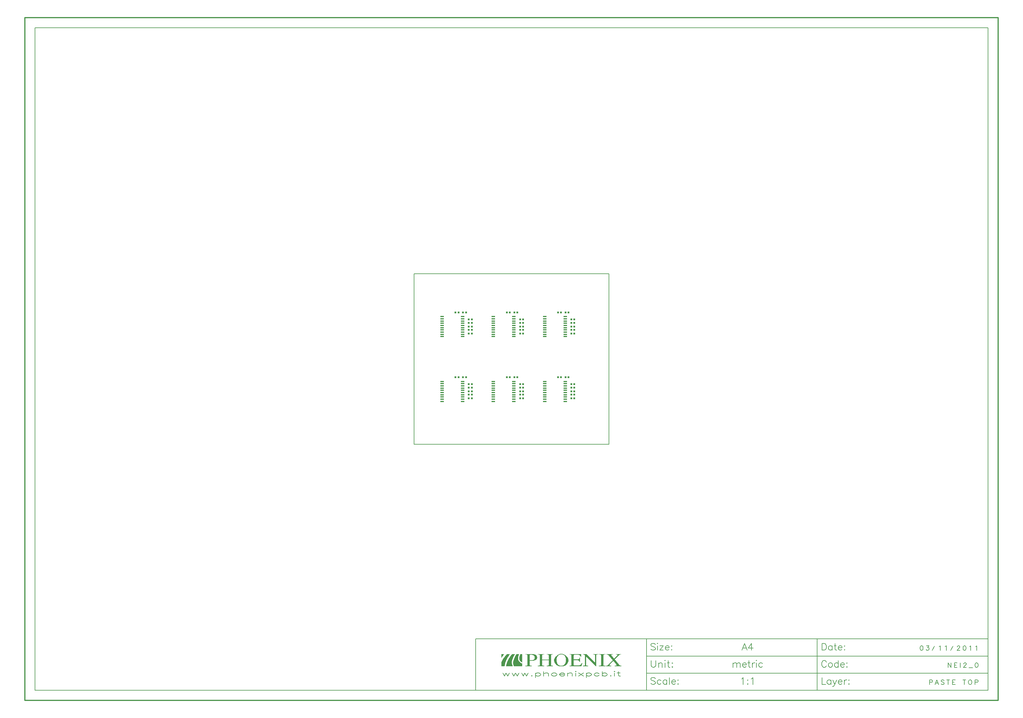
<source format=gbr>
G04 CAM350/DFMSTREAM V10.7 (Build 558) Date:  Tue Apr 17 16:00:18 2012 *
G04 Database: p:\archivio gerber\fondazione istituto italiano di tecnologia\nei2_0\untitled.cam *
G04 Layer 15: spt *
%FSLAX33Y33*%
%MOMM*%
%SFA1.000B1.000*%

%MIA0B0*%
%IPPOS*%
%ADD20R,0.54991X0.54991*%
%ADD36R,1.00000X0.37998*%
%ADD40C,0.20000*%
%ADD46C,0.12700*%
%ADD84C,0.20000*%
%ADD112C,0.30000*%
%LNspt*%
%LPD*%
G36*
X25520Y-62644D02*
G01Y-61414D01*
X26337*
X26338Y-61416*
X26280Y-61474*
Y-61491*
X26228Y-61543*
Y-61561*
X26176Y-61613*
Y-61631*
X26123Y-61683*
Y-61700*
X26071Y-61752*
Y-61770*
X26036Y-61805*
Y-61822*
X26001Y-61857*
Y-61875*
X25949Y-61927*
Y-61944*
X25932Y-61962*
Y-61979*
X25879Y-62031*
Y-62049*
X25844Y-62084*
Y-62101*
X25827Y-62119*
Y-62136*
X25810Y-62154*
Y-62171*
X25792Y-62188*
Y-62206*
X25757Y-62241*
Y-62258*
X25722Y-62293*
Y-62310*
X25705Y-62328*
Y-62345*
X25670Y-62380*
Y-62397*
X25653Y-62415*
Y-62432*
X25635Y-62450*
Y-62467*
X25618Y-62485*
Y-62502*
X25583Y-62537*
Y-62554*
X25566Y-62572*
Y-62589*
X25548Y-62607*
Y-62644*
X25520*
G37*
G36*
X30767Y-62764D02*
G01Y-62602D01*
X30785Y-62585*
Y-62445*
X30802Y-62428*
Y-62323*
X30820Y-62306*
Y-62236*
X30837Y-62219*
Y-62166*
X30854Y-62149*
Y-62114*
X30872Y-62097*
Y-62045*
X30889Y-62027*
Y-61992*
X30907Y-61975*
Y-61940*
X30924Y-61922*
Y-61888*
X30942Y-61870*
Y-61835*
X30959Y-61818*
Y-61783*
X30976Y-61766*
Y-61731*
X30994Y-61713*
Y-61696*
X31011Y-61679*
Y-61661*
X31029Y-61643*
Y-61591*
X31046Y-61574*
Y-61539*
X31064Y-61522*
Y-61469*
X31098Y-61434*
Y-61414*
X31597*
Y-63865*
X31569*
Y-63844*
X31554Y-63829*
X31502Y-63812*
X31484Y-63794*
X31414Y-63759*
X31397Y-63742*
X31362Y-63724*
X31345Y-63707*
X31310Y-63689*
X31292Y-63672*
X31257Y-63655*
X31223Y-63620*
X31188Y-63602*
X31135Y-63550*
X31101Y-63533*
X31011Y-63443*
Y-63426*
X30959Y-63374*
Y-63356*
X30924Y-63321*
Y-63304*
X30907Y-63287*
Y-63269*
X30889Y-63252*
Y-63234*
X30872Y-63217*
Y-63199*
X30854Y-63182*
Y-63147*
X30837Y-63130*
Y-63095*
X30820Y-63077*
Y-63043*
X30802Y-63025*
Y-62955*
X30785Y-62938*
Y-62781*
X30767Y-62764*
G37*
G36*
X54088Y-64963D02*
G01Y-64861D01*
X54236Y-64856*
X54364Y-64839*
X54472Y-64811*
X54561Y-64772*
X54630Y-64721*
X54679Y-64660*
X54709Y-64587*
X54719Y-64502*
Y-61865*
X54709Y-61783*
X54679Y-61713*
X54630Y-61653*
X54561Y-61604*
X54472Y-61566*
X54364Y-61538*
X54236Y-61522*
X54088Y-61517*
Y-61415*
X56006*
Y-61517*
X55858Y-61522*
X55730Y-61538*
X55621Y-61566*
X55533Y-61604*
X55463Y-61653*
X55415Y-61713*
X55385Y-61783*
X55375Y-61865*
Y-64502*
X55385Y-64587*
X55415Y-64660*
X55463Y-64721*
X55533Y-64772*
X55621Y-64811*
X55730Y-64839*
X55858Y-64856*
X56006Y-64861*
Y-64963*
X54088*
G37*
G36*
X25520D02*
G01Y-63857D01*
X25538Y-63840*
Y-63805*
X25555Y-63788*
Y-63770*
X25573Y-63753*
Y-63735*
X25590Y-63718*
Y-63701*
X25607Y-63683*
Y-63648*
X25625Y-63631*
Y-63613*
X25642Y-63596*
Y-63578*
X25660Y-63561*
Y-63526*
X25695Y-63491*
Y-63457*
X25712Y-63439*
Y-63421*
X25730Y-63404*
Y-63387*
X25747Y-63369*
Y-63352*
X25764Y-63334*
Y-63317*
X25782Y-63300*
Y-63282*
X25799Y-63265*
Y-63247*
X25817Y-63230*
Y-63212*
X25834Y-63195*
Y-63178*
X25852Y-63160*
Y-63143*
X25869Y-63125*
Y-63108*
X25886Y-63091*
Y-63073*
X25921Y-63038*
Y-63021*
X25939Y-63003*
Y-62986*
X25956Y-62968*
Y-62951*
X25973Y-62934*
Y-62916*
X26008Y-62881*
Y-62864*
X26043Y-62829*
Y-62812*
X26061Y-62794*
Y-62777*
X26096Y-62742*
Y-62724*
X26113Y-62707*
Y-62689*
X26148Y-62655*
Y-62637*
X26200Y-62585*
Y-62568*
X26252Y-62515*
Y-62498*
X26287Y-62463*
Y-62445*
X26375Y-62358*
Y-62341*
X26462Y-62254*
Y-62236*
X26549Y-62149*
Y-62132*
X26619Y-62062*
Y-62045*
X26671Y-61992*
Y-61975*
X26758Y-61888*
Y-61870*
X26862Y-61766*
Y-61747*
X26897Y-61730*
Y-61713*
X27176Y-61434*
Y-61414*
X28041*
Y-61439*
X27989Y-61491*
Y-61508*
X27849Y-61648*
Y-61683*
X27814Y-61718*
Y-61735*
X27795Y-61755*
X27762Y-61771*
Y-61805*
X27710Y-61857*
Y-61892*
X27692Y-61909*
Y-61927*
X27657Y-61962*
Y-61979*
X27623Y-62014*
Y-62031*
X27605Y-62049*
Y-62066*
X27570Y-62101*
Y-62119*
X27536Y-62154*
Y-62171*
X27518Y-62188*
Y-62206*
X27483Y-62241*
Y-62258*
X27466Y-62275*
Y-62293*
X27431Y-62328*
Y-62345*
X27413Y-62363*
Y-62380*
X27379Y-62415*
Y-62432*
X27344Y-62467*
Y-62485*
X27326Y-62502*
Y-62520*
X27309Y-62537*
Y-62572*
X27289Y-62591*
X27257Y-62608*
Y-62624*
X27239Y-62641*
Y-62659*
X27222Y-62676*
Y-62694*
X27204Y-62711*
Y-62729*
X27187Y-62746*
Y-62764*
X27169Y-62781*
Y-62798*
X27152Y-62816*
Y-62833*
X27134Y-62851*
Y-62868*
X27117Y-62886*
Y-62903*
X27100Y-62920*
Y-62938*
X27082Y-62955*
Y-62973*
X27065Y-62990*
Y-63007*
X27047Y-63025*
Y-63043*
X27030Y-63060*
Y-63095*
X27013Y-63112*
Y-63130*
X26995Y-63147*
Y-63164*
X26978Y-63182*
Y-63217*
X26960Y-63234*
Y-63252*
X26943Y-63269*
Y-63287*
X26925Y-63304*
Y-63339*
X26908Y-63356*
Y-63374*
X26890Y-63391*
Y-63426*
X26873Y-63443*
Y-63461*
X26856Y-63478*
Y-63513*
X26838Y-63530*
Y-63548*
X26821Y-63565*
Y-63600*
X26803Y-63618*
Y-63653*
X26786Y-63670*
Y-63705*
X26768Y-63722*
Y-63740*
X26751Y-63757*
Y-63809*
X26734Y-63827*
Y-63844*
X26716Y-63862*
Y-63949*
X26699Y-63966*
Y-64002*
X26664Y-64020*
Y-64036*
X26646Y-64053*
Y-64106*
X26629Y-64123*
Y-64193*
X26611Y-64210*
Y-64280*
X26594Y-64298*
Y-64367*
X26577Y-64385*
Y-64454*
X26559Y-64472*
Y-64559*
X26542Y-64576*
Y-64646*
X26524Y-64664*
Y-64768*
X26507Y-64786*
Y-64855*
X26490Y-64873*
Y-64963*
X25520*
G37*
G36*
X28954Y-64158D02*
G01Y-63927D01*
X28972Y-63910*
Y-63753*
X28989Y-63735*
Y-63648*
X29007Y-63631*
Y-63561*
X29024Y-63544*
Y-63491*
X29042Y-63474*
Y-63421*
X29059Y-63404*
Y-63369*
X29076Y-63352*
Y-63300*
X29094Y-63282*
Y-63247*
X29111Y-63230*
Y-63195*
X29129Y-63178*
Y-63143*
X29146Y-63125*
Y-63108*
X29164Y-63091*
Y-63055*
X29181Y-63038*
Y-63003*
X29198Y-62986*
Y-62951*
X29216Y-62934*
Y-62916*
X29233Y-62899*
Y-62881*
X29251Y-62864*
Y-62829*
X29268Y-62812*
Y-62777*
X29286Y-62759*
Y-62742*
X29303Y-62724*
Y-62689*
X29320Y-62672*
Y-62637*
X29338Y-62620*
Y-62602*
X29355Y-62585*
Y-62568*
X29373Y-62550*
Y-62515*
X29390Y-62498*
Y-62463*
X29408Y-62445*
Y-62428*
X29425Y-62411*
Y-62358*
X29460Y-62323*
Y-62289*
X29477Y-62271*
Y-62254*
X29495Y-62236*
Y-62219*
X29512Y-62202*
Y-62184*
X29530Y-62166*
Y-62132*
X29547Y-62114*
Y-62097*
X29582Y-62062*
Y-62027*
X29599Y-62010*
Y-61992*
X29634Y-61957*
Y-61940*
X29652Y-61922*
Y-61905*
X29669Y-61888*
Y-61870*
X29704Y-61835*
Y-61818*
X29791Y-61731*
Y-61713*
X29809Y-61696*
Y-61679*
X29826Y-61661*
Y-61643*
X29843Y-61626*
Y-61609*
X29878Y-61574*
Y-61556*
X29896Y-61539*
Y-61522*
X29931Y-61487*
Y-61469*
X29948Y-61452*
Y-61414*
X30729*
X30730Y-61416*
X30708Y-61439*
Y-61456*
X30690Y-61474*
Y-61508*
X30673Y-61526*
Y-61543*
X30656Y-61561*
Y-61596*
X30638Y-61613*
Y-61631*
X30621Y-61648*
Y-61683*
X30603Y-61700*
Y-61718*
X30586Y-61735*
Y-61770*
X30569Y-61787*
Y-61822*
X30551Y-61840*
Y-61875*
X30534Y-61892*
Y-61927*
X30516Y-61944*
Y-61979*
X30499Y-61997*
Y-62066*
X30481Y-62084*
Y-62119*
X30464Y-62136*
Y-62206*
X30447Y-62223*
Y-62310*
X30429Y-62328*
Y-62432*
X30412Y-62450*
Y-62829*
X30429Y-62846*
Y-62916*
X30447Y-62934*
Y-63021*
X30464Y-63038*
Y-63073*
X30499Y-63108*
Y-63160*
X30516Y-63178*
Y-63212*
X30534Y-63230*
Y-63265*
X30551Y-63282*
Y-63300*
X30569Y-63317*
Y-63334*
X30586Y-63352*
Y-63369*
X30621Y-63404*
Y-63421*
X30656Y-63457*
Y-63474*
X30726Y-63544*
Y-63561*
X30743Y-63578*
Y-63596*
X30845Y-63698*
X30880Y-63716*
X30900Y-63735*
Y-63753*
X30915Y-63768*
X30950Y-63785*
X30985Y-63821*
X31020Y-63838*
X31144Y-63962*
Y-63977*
X31227Y-63994*
X31299Y-64030*
X31316Y-64047*
X31454Y-64116*
X31507Y-64134*
X31541Y-64151*
X31597Y-64170*
Y-64963*
X29181*
Y-64925*
X29164Y-64908*
Y-64890*
X29146Y-64873*
Y-64855*
X29129Y-64838*
Y-64803*
X29111Y-64786*
Y-64751*
X29094Y-64733*
Y-64716*
X29076Y-64699*
Y-64664*
X29059Y-64646*
Y-64611*
X29042Y-64594*
Y-64542*
X29024Y-64524*
Y-64489*
X29007Y-64472*
Y-64419*
X28989Y-64402*
Y-64315*
X28972Y-64298*
Y-64176*
X28954Y-64158*
G37*
G36*
X26897Y-64963D02*
G01Y-64903D01*
X26915Y-64886*
Y-64816*
X26932Y-64799*
Y-64729*
X26950Y-64712*
Y-64642*
X26967Y-64624*
Y-64572*
X26985Y-64555*
Y-64485*
X27002Y-64467*
Y-64415*
X27019Y-64398*
Y-64363*
X27037Y-64346*
Y-64311*
X27054Y-64293*
Y-64241*
X27072Y-64223*
Y-64171*
X27089Y-64154*
Y-64136*
X27107Y-64119*
Y-64067*
X27124Y-64049*
Y-64014*
X27142Y-63997*
Y-63962*
X27159Y-63944*
Y-63927*
X27176Y-63910*
Y-63875*
X27194Y-63857*
Y-63823*
X27211Y-63805*
Y-63788*
X27229Y-63770*
Y-63735*
X27246Y-63718*
Y-63683*
X27264Y-63666*
Y-63648*
X27281Y-63631*
Y-63613*
X27298Y-63596*
Y-63561*
X27316Y-63544*
Y-63526*
X27333Y-63509*
Y-63474*
X27351Y-63457*
Y-63439*
X27368Y-63421*
Y-63404*
X27385Y-63387*
Y-63369*
X27403Y-63352*
Y-63334*
X27420Y-63317*
Y-63300*
X27438Y-63282*
Y-63265*
X27455Y-63247*
Y-63230*
X27473Y-63212*
Y-63195*
X27490Y-63178*
Y-63160*
X27508Y-63143*
Y-63125*
X27525Y-63108*
Y-63091*
X27542Y-63073*
Y-63055*
X27560Y-63038*
Y-63021*
X27577Y-63003*
Y-62986*
X27595Y-62968*
Y-62951*
X27612Y-62934*
Y-62916*
X27647Y-62881*
Y-62864*
X27664Y-62846*
Y-62829*
X27699Y-62794*
Y-62777*
X27717Y-62759*
Y-62742*
X27734Y-62724*
Y-62707*
X27769Y-62672*
Y-62655*
X27786Y-62637*
Y-62620*
X27821Y-62585*
Y-62568*
X27839Y-62550*
Y-62533*
X27874Y-62498*
Y-62480*
X27908Y-62445*
Y-62428*
X27943Y-62393*
Y-62376*
X27978Y-62341*
Y-62323*
X28013Y-62289*
Y-62271*
X28048Y-62236*
Y-62219*
X28083Y-62184*
Y-62166*
X28135Y-62114*
Y-62097*
X28187Y-62045*
Y-62027*
X28240Y-61975*
Y-61957*
X28292Y-61905*
Y-61888*
X28362Y-61818*
Y-61800*
X28397Y-61766*
Y-61731*
X28416Y-61711*
X28451Y-61694*
X28501Y-61643*
Y-61626*
X28553Y-61574*
Y-61556*
X28625Y-61484*
X28658Y-61468*
Y-61452*
X28696Y-61414*
X29579*
X29580Y-61416*
X29558Y-61439*
Y-61457*
X29523Y-61475*
Y-61491*
X29453Y-61561*
Y-61578*
X29401Y-61631*
Y-61648*
X29366Y-61683*
Y-61700*
X29348Y-61718*
Y-61735*
X29314Y-61770*
Y-61787*
X29296Y-61805*
Y-61822*
X29261Y-61857*
Y-61875*
X29226Y-61909*
Y-61927*
X29209Y-61944*
Y-61962*
X29191Y-61979*
Y-61997*
X29157Y-62031*
Y-62066*
X29122Y-62101*
Y-62119*
X29104Y-62136*
Y-62154*
X29087Y-62171*
Y-62188*
X29069Y-62206*
Y-62223*
X29052Y-62241*
Y-62275*
X29035Y-62293*
Y-62310*
X29017Y-62328*
Y-62345*
X29000Y-62363*
Y-62380*
X28982Y-62397*
Y-62415*
X28965Y-62432*
Y-62467*
X28947Y-62485*
Y-62502*
X28930Y-62520*
Y-62554*
X28912Y-62572*
Y-62589*
X28895Y-62607*
Y-62641*
X28878Y-62659*
Y-62676*
X28860Y-62694*
Y-62729*
X28843Y-62746*
Y-62781*
X28825Y-62798*
Y-62833*
X28808Y-62851*
Y-62886*
X28791Y-62903*
Y-62938*
X28773Y-62955*
Y-62990*
X28756Y-63007*
Y-63043*
X28738Y-63060*
Y-63077*
X28721Y-63095*
Y-63112*
X28705Y-63127*
X28721Y-63143*
Y-63164*
X28703Y-63182*
Y-63234*
X28686Y-63252*
Y-63287*
X28668Y-63304*
Y-63339*
X28651Y-63356*
Y-63409*
X28634Y-63426*
Y-63478*
X28616Y-63496*
Y-63600*
X28599Y-63618*
Y-64136*
X28616Y-64154*
Y-64241*
X28634Y-64258*
Y-64346*
X28651Y-64363*
Y-64415*
X28668Y-64433*
Y-64467*
X28686Y-64485*
Y-64537*
X28703Y-64555*
Y-64572*
X28721Y-64590*
Y-64624*
X28738Y-64642*
Y-64677*
X28756Y-64694*
Y-64729*
X28773Y-64746*
Y-64764*
X28791Y-64781*
Y-64799*
X28808Y-64816*
Y-64834*
X28825Y-64851*
Y-64886*
X28860Y-64921*
Y-64963*
X26897*
G37*
G36*
X32598D02*
G01Y-64861D01*
X32731Y-64856*
X32846Y-64839*
X32943Y-64811*
X33023Y-64772*
X33085Y-64721*
X33129Y-64660*
X33156Y-64587*
X33165Y-64502*
Y-61865*
X33158Y-61783*
X33137Y-61712*
X33103Y-61654*
X33055Y-61608*
X32978Y-61568*
X32876Y-61540*
X32750Y-61522*
X32598Y-61517*
Y-61415*
X34329*
X34518Y-61418*
X34697Y-61430*
X34864Y-61448*
X35021Y-61474*
X35166Y-61507*
X35301Y-61548*
X35425Y-61595*
X35539Y-61651*
X35650Y-61719*
X35747Y-61795*
X35828Y-61879*
X35896Y-61971*
X35947Y-62071*
X35985Y-62178*
X36007Y-62294*
X36015Y-62417*
X36006Y-62542*
X35980Y-62660*
X35935Y-62770*
X35873Y-62873*
X35794Y-62969*
X35697Y-63056*
X35581Y-63137*
X35449Y-63210*
X35329Y-63264*
X35204Y-63310*
X35074Y-63347*
X34939Y-63376*
X34798Y-63398*
X34654Y-63412*
X34503Y-63417*
X34349Y-63414*
X33821Y-63393*
Y-64529*
X33830Y-64607*
X33857Y-64675*
X33902Y-64732*
X33966Y-64778*
X34047Y-64815*
X34147Y-64841*
X34264Y-64856*
X34400Y-64861*
Y-64963*
X32598*
G37*
G36*
X45473D02*
G01Y-64861D01*
X45606Y-64856*
X45721Y-64839*
X45818Y-64811*
X45898Y-64772*
X45960Y-64721*
X46004Y-64660*
X46031Y-64587*
X46040Y-64502*
Y-61865*
X46033Y-61783*
X46012Y-61712*
X45978Y-61654*
X45930Y-61608*
X45853Y-61568*
X45751Y-61540*
X45625Y-61522*
X45473Y-61517*
Y-61415*
X48890*
Y-62181*
X48755*
X48707Y-62075*
X48641Y-61974*
X48557Y-61882*
X48462Y-61800*
X48353Y-61732*
X48238Y-61679*
X48118Y-61646*
X47996Y-61634*
X47037*
X46957Y-61638*
X46887Y-61649*
X46829Y-61667*
X46781Y-61691*
X46744Y-61723*
X46717Y-61761*
X46701Y-61807*
X46696Y-61860*
Y-62996*
X47687*
X47854Y-62988*
X47999Y-62964*
X48121Y-62924*
X48222Y-62867*
X48300Y-62795*
X48356Y-62706*
X48390Y-62602*
X48401Y-62481*
X48536*
Y-63736*
X48401*
X48386Y-63607*
X48368Y-63550*
X48343Y-63496*
X48310Y-63447*
X48270Y-63401*
X48224Y-63360*
X48169Y-63323*
X48069Y-63276*
X47955Y-63242*
X47828Y-63223*
X47687Y-63216*
X46696*
Y-64529*
X46702Y-64600*
X46720Y-64655*
X46750Y-64696*
X46793Y-64722*
X46870Y-64738*
X47011Y-64743*
X48002*
X48186Y-64731*
X48274Y-64715*
X48361Y-64692*
X48443Y-64664*
X48524Y-64629*
X48678Y-64540*
X48805Y-64437*
X48909Y-64322*
X48991Y-64196*
X49051Y-64057*
X49238*
X48948Y-64963*
X45473*
G37*
G36*
X40963Y-63189D02*
G01X40976Y-63034D01*
X41015Y-62876*
X41076Y-62717*
X41160Y-62557*
X41262Y-62400*
X41382Y-62247*
X41516Y-62099*
X41665Y-61959*
X41823Y-61830*
X41991Y-61711*
X42164Y-61605*
X42344Y-61514*
X42525Y-61441*
X42708Y-61386*
X42889Y-61352*
X43067Y-61340*
X43248Y-61352*
X43432Y-61386*
X43617Y-61440*
X43801Y-61513*
X43980Y-61604*
X44155Y-61709*
X44322Y-61827*
X44481Y-61957*
X44627Y-62097*
X44762Y-62244*
X44880Y-62398*
X44982Y-62554*
X45064Y-62714*
X45126Y-62875*
X45164Y-63033*
X45178Y-63189*
X45168Y-63381*
X45142Y-63564*
X45098Y-63740*
X45036Y-63907*
X44956Y-64067*
X44859Y-64218*
X44744Y-64362*
X44611Y-64497*
X44458Y-64624*
X44295Y-64734*
X44121Y-64827*
X43937Y-64903*
X43743Y-64962*
X43538Y-65004*
X43323Y-65029*
X43099Y-65038*
X42866Y-65029*
X42644Y-65004*
X42433Y-64962*
X42234Y-64903*
X42044Y-64827*
X41866Y-64734*
X41698Y-64624*
X41542Y-64497*
X41406Y-64362*
X41289Y-64218*
X41189Y-64067*
X41108Y-63907*
X41044Y-63740*
X40999Y-63564*
X40972Y-63381*
X40963Y-63189*
G37*
G36*
X36233Y-64963D02*
G01Y-64861D01*
X36366Y-64856*
X36481Y-64839*
X36578Y-64811*
X36658Y-64772*
X36720Y-64721*
X36764Y-64660*
X36790Y-64587*
X36799Y-64502*
Y-61865*
X36790Y-61783*
X36764Y-61713*
X36720Y-61653*
X36658Y-61604*
X36578Y-61566*
X36481Y-61538*
X36366Y-61522*
X36233Y-61517*
Y-61415*
X38022*
Y-61517*
X37889Y-61522*
X37774Y-61538*
X37676Y-61566*
X37597Y-61604*
X37535Y-61653*
X37491Y-61713*
X37464Y-61783*
X37456Y-61865*
Y-63039*
X39405*
Y-61865*
X39396Y-61783*
X39370Y-61713*
X39325Y-61653*
X39264Y-61604*
X39184Y-61566*
X39087Y-61538*
X38972Y-61522*
X38839Y-61517*
Y-61415*
X40628*
Y-61517*
X40495Y-61522*
X40380Y-61538*
X40282Y-61566*
X40203Y-61604*
X40141Y-61653*
X40097Y-61713*
X40070Y-61783*
X40062Y-61865*
Y-64502*
X40070Y-64587*
X40097Y-64660*
X40141Y-64721*
X40203Y-64772*
X40282Y-64811*
X40380Y-64839*
X40495Y-64856*
X40628Y-64861*
Y-64963*
X38839*
Y-64861*
X38972Y-64856*
X39087Y-64839*
X39184Y-64811*
X39264Y-64772*
X39325Y-64721*
X39370Y-64660*
X39396Y-64587*
X39405Y-64502*
Y-63259*
X37456*
Y-64502*
X37464Y-64587*
X37491Y-64660*
X37535Y-64721*
X37597Y-64772*
X37676Y-64811*
X37774Y-64839*
X37889Y-64856*
X38022Y-64861*
Y-64963*
X36233*
G37*
G36*
X56193Y-64861D02*
G01X56278Y-64856D01*
X56364Y-64839*
X56450Y-64810*
X56537Y-64770*
X56624Y-64719*
X56712Y-64656*
X56799Y-64582*
X56888Y-64497*
X58132Y-63215*
X57151Y-62016*
X57047Y-61899*
X56941Y-61798*
X56833Y-61712*
X56725Y-61641*
X56613Y-61587*
X56501Y-61548*
X56386Y-61525*
X56270Y-61517*
Y-61415*
X58207*
Y-61517*
X57993Y-61527*
X57910Y-61539*
X57842Y-61556*
X57789Y-61578*
X57751Y-61604*
X57730Y-61636*
X57724Y-61672*
X57750Y-61752*
X57811Y-61874*
X57937Y-62079*
X58548Y-62798*
X59422Y-61902*
X59473Y-61845*
X59508Y-61789*
X59527Y-61735*
X59532Y-61683*
X59522Y-61644*
X59499Y-61610*
X59462Y-61582*
X59413Y-61558*
X59350Y-61541*
X59274Y-61527*
X59082Y-61517*
Y-61415*
X60607*
Y-61517*
X60494Y-61522*
X60384Y-61540*
X60277Y-61570*
X60173Y-61611*
X60071Y-61664*
X59972Y-61728*
X59876Y-61805*
X59783Y-61892*
X58702Y-62991*
X59918Y-64433*
X60008Y-64534*
X60099Y-64620*
X60190Y-64694*
X60283Y-64754*
X60375Y-64802*
X60469Y-64835*
X60563Y-64855*
X60658Y-64861*
Y-64963*
X58747*
Y-64861*
X58964Y-64852*
X59049Y-64840*
X59119Y-64823*
X59173Y-64801*
X59211Y-64774*
X59235Y-64743*
X59243Y-64706*
X59234Y-64640*
X59207Y-64567*
X59162Y-64490*
X59100Y-64407*
X58304Y-63425*
X57364Y-64395*
X57297Y-64471*
X57248Y-64539*
X57219Y-64598*
X57210Y-64647*
X57218Y-64698*
X57241Y-64741*
X57279Y-64778*
X57332Y-64808*
X57398Y-64832*
X57479Y-64848*
X57575Y-64858*
X57686Y-64861*
Y-64963*
X56193*
Y-64861*
G37*
G36*
X49405Y-64963D02*
G01Y-64861D01*
X49551Y-64855*
X49678Y-64838*
X49784Y-64808*
X49873Y-64766*
X49940Y-64713*
X49990Y-64647*
X50019Y-64570*
X50029Y-64481*
Y-61817*
X49898Y-61685*
X49830Y-61624*
X49742Y-61577*
X49643Y-61543*
X49530Y-61523*
X49405Y-61517*
Y-61415*
X50512*
X52982Y-63993*
Y-61849*
X52972Y-61771*
X52943Y-61704*
X52894Y-61647*
X52826Y-61600*
X52738Y-61564*
X52631Y-61537*
X52504Y-61522*
X52358Y-61517*
Y-61415*
X53890*
Y-61517*
X53743Y-61522*
X53616Y-61539*
X53509Y-61567*
X53421Y-61607*
X53352Y-61657*
X53304Y-61719*
X53275Y-61792*
X53265Y-61876*
Y-65038*
X53177Y-65036*
X50312Y-62090*
Y-64529*
X50322Y-64607*
X50351Y-64675*
X50399Y-64732*
X50468Y-64778*
X50555Y-64815*
X50663Y-64841*
X50790Y-64856*
X50936Y-64861*
Y-64963*
X49405*
G37*
%LPC*%
G36*
X34130Y-63210D02*
G01X34310Y-63216D01*
X34537Y-63203*
X34639Y-63188*
X34735Y-63166*
X34821Y-63138*
X34901Y-63104*
X34973Y-63063*
X35038Y-63016*
X35095Y-62964*
X35144Y-62904*
X35186Y-62839*
X35220Y-62767*
X35247Y-62689*
X35266Y-62605*
X35278Y-62515*
X35282Y-62417*
X35276Y-62320*
X35262Y-62229*
X35238Y-62144*
X35206Y-62065*
X35163Y-61994*
X35112Y-61928*
X35051Y-61868*
X34980Y-61814*
X34900Y-61767*
X34811Y-61727*
X34711Y-61692*
X34604Y-61663*
X34486Y-61642*
X34359Y-61626*
X34223Y-61616*
X34078Y-61613*
X33956Y-61620*
X33914Y-61629*
X33885Y-61640*
X33857Y-61669*
X33837Y-61711*
X33825Y-61768*
X33821Y-61838*
Y-63189*
X34130Y-63210*
G37*
G36*
X41702Y-63374D02*
G01X41718Y-63540D01*
X41745Y-63699*
X41783Y-63848*
X41832Y-63991*
X41892Y-64125*
X41962Y-64251*
X42044Y-64368*
X42138Y-64481*
X42240Y-64577*
X42351Y-64660*
X42470Y-64726*
X42597Y-64779*
X42732Y-64816*
X42876Y-64838*
X43028Y-64845*
X43197Y-64837*
X43357Y-64813*
X43506Y-64773*
X43646Y-64715*
X43776Y-64642*
X43897Y-64553*
X44008Y-64447*
X44109Y-64325*
X44187Y-64208*
X44255Y-64084*
X44313Y-63954*
X44360Y-63816*
X44396Y-63672*
X44423Y-63522*
X44438Y-63364*
X44444Y-63200*
X44439Y-63029*
X44425Y-62865*
X44401Y-62709*
X44368Y-62561*
X44325Y-62421*
X44273Y-62288*
X44212Y-62164*
X44142Y-62047*
X44048Y-61927*
X43945Y-61822*
X43832Y-61734*
X43710Y-61661*
X43578Y-61605*
X43436Y-61565*
X43285Y-61541*
X43125Y-61533*
X42944Y-61541*
X42776Y-61563*
X42619Y-61602*
X42475Y-61655*
X42343Y-61724*
X42222Y-61808*
X42114Y-61907*
X42018Y-62020*
X41942Y-62133*
X41877Y-62255*
X41822Y-62388*
X41777Y-62530*
X41741Y-62682*
X41716Y-62845*
X41701Y-63017*
X41697Y-63200*
X41702Y-63374*
G37*
%LPD*%
G54D36*
X8200Y37420D03*
Y36770D03*
Y36120D03*
Y35470D03*
Y34820D03*
Y34170D03*
Y33520D03*
Y32870D03*
Y32220D03*
Y31570D03*
X14200D03*
Y32220D03*
Y32870D03*
Y33520D03*
Y34170D03*
Y34820D03*
Y35470D03*
Y36120D03*
Y36770D03*
Y37420D03*
G54D20*
X15200Y38650D03*
X14300D03*
X12100D03*
X13000D03*
X16000Y35600D03*
X16900D03*
X16000Y33550D03*
X16900D03*
X16000Y36600D03*
X16900D03*
X16000Y34500D03*
X16900D03*
X16000Y32450D03*
X16900D03*
G54D36*
X23200Y37420D03*
Y36770D03*
Y36120D03*
Y35470D03*
Y34820D03*
Y34170D03*
Y33520D03*
Y32870D03*
Y32220D03*
Y31570D03*
X29200D03*
Y32220D03*
Y32870D03*
Y33520D03*
Y34170D03*
Y34820D03*
Y35470D03*
Y36120D03*
Y36770D03*
Y37420D03*
G54D20*
X30200Y38650D03*
X29300D03*
X27100D03*
X28000D03*
X31000Y35600D03*
X31900D03*
X31000Y33550D03*
X31900D03*
X31000Y36600D03*
X31900D03*
X31000Y34500D03*
X31900D03*
X31000Y32450D03*
X31900D03*
G54D36*
X38200Y37420D03*
Y36770D03*
Y36120D03*
Y35470D03*
Y34820D03*
Y34170D03*
Y33520D03*
Y32870D03*
Y32220D03*
Y31570D03*
X44200D03*
Y32220D03*
Y32870D03*
Y33520D03*
Y34170D03*
Y34820D03*
Y35470D03*
Y36120D03*
Y36770D03*
Y37420D03*
G54D20*
X45200Y38650D03*
X44300D03*
X42100D03*
X43000D03*
X46000Y35600D03*
X46900D03*
X46000Y33550D03*
X46900D03*
X46000Y36600D03*
X46900D03*
X46000Y34500D03*
X46900D03*
X46000Y32450D03*
X46900D03*
G54D36*
X8200Y18420D03*
Y17770D03*
Y17120D03*
Y16470D03*
Y15820D03*
Y15170D03*
Y14520D03*
Y13870D03*
Y13220D03*
Y12570D03*
X14200D03*
Y13220D03*
Y13870D03*
Y14520D03*
Y15170D03*
Y15820D03*
Y16470D03*
Y17120D03*
Y17770D03*
Y18420D03*
G54D20*
X15200Y19650D03*
X14300D03*
X12100D03*
X13000D03*
X16000Y16600D03*
X16900D03*
X16000Y14550D03*
X16900D03*
X16000Y17600D03*
X16900D03*
X16000Y15500D03*
X16900D03*
X16000Y13450D03*
X16900D03*
G54D36*
X23200Y18420D03*
Y17770D03*
Y17120D03*
Y16470D03*
Y15820D03*
Y15170D03*
Y14520D03*
Y13870D03*
Y13220D03*
Y12570D03*
X29200D03*
Y13220D03*
Y13870D03*
Y14520D03*
Y15170D03*
Y15820D03*
Y16470D03*
Y17120D03*
Y17770D03*
Y18420D03*
G54D20*
X30200Y19650D03*
X29300D03*
X27100D03*
X28000D03*
X31000Y16600D03*
X31900D03*
X31000Y14550D03*
X31900D03*
X31000Y17600D03*
X31900D03*
X31000Y15500D03*
X31900D03*
X31000Y13450D03*
X31900D03*
G54D36*
X38200Y18420D03*
Y17770D03*
Y17120D03*
Y16470D03*
Y15820D03*
Y15170D03*
Y14520D03*
Y13870D03*
Y13220D03*
Y12570D03*
X44200D03*
Y13220D03*
Y13870D03*
Y14520D03*
Y15170D03*
Y15820D03*
Y16470D03*
Y17120D03*
Y17770D03*
Y18420D03*
G54D20*
X45200Y19650D03*
X44300D03*
X42100D03*
X43000D03*
X46000Y16600D03*
X46900D03*
X46000Y14550D03*
X46900D03*
X46000Y17600D03*
X46900D03*
X46000Y15500D03*
X46900D03*
X46000Y13450D03*
X46900D03*
G54D40*
X0Y50000D02*
G01Y0D01*
X57000*
Y50000*
X0*
G54D84*
X18000Y-57000D02*
G01X68000D01*
Y-72000*
X18000*
Y-57000*
X68000D02*
G01X118000D01*
Y-62000*
X68000*
Y-57000*
X118000Y-62000D02*
G01X68000D01*
Y-67000*
X118000*
Y-62000*
X68000Y-67000D02*
G01X118000D01*
Y-72000*
X68000*
Y-67000*
X118000Y-57000D02*
G01X168000D01*
Y-62000*
X118000*
Y-57000*
X168000Y-62000D02*
G01X118000D01*
Y-67000*
X168000*
Y-62000*
X118000Y-67000D02*
G01X168000D01*
Y-72000*
X118000*
Y-67000*
X25925Y-66975D02*
G01X26425Y-67850D01*
X26925Y-66975D02*
G01X26425Y-67850D01*
X26925Y-66975D02*
G01X27425Y-67850D01*
X27925Y-66975D02*
G01X27425Y-67850D01*
X28675Y-66975D02*
G01X29175Y-67850D01*
X29675Y-66975D02*
G01X29175Y-67850D01*
X29675Y-66975D02*
G01X30175Y-67850D01*
X30675Y-66975D02*
G01X30175Y-67850D01*
X31425Y-66975D02*
G01X31925Y-67850D01*
X32425Y-66975D02*
G01X31925Y-67850D01*
X32425Y-66975D02*
G01X32925Y-67850D01*
X33425Y-66975D02*
G01X32925Y-67850D01*
X34425Y-67725D02*
G01X34300Y-67787D01*
X34425Y-67850*
X34550Y-67787*
X34425Y-67725*
X35550Y-66975D02*
G01Y-68287D01*
Y-67162D02*
G01X35800Y-67037D01*
X36050Y-66975*
X36425*
X36675Y-67037*
X36925Y-67162*
X37050Y-67350*
Y-67475*
X36925Y-67662*
X36675Y-67787*
X36425Y-67850*
X36050*
X35800Y-67787*
X35550Y-67662*
X37925Y-66537D02*
G01Y-67850D01*
Y-67225D02*
G01X38300Y-67037D01*
X38550Y-66975*
X38925*
X39175Y-67037*
X39300Y-67225*
Y-67850*
X40800Y-66975D02*
G01X40550Y-67037D01*
X40300Y-67162*
X40175Y-67350*
Y-67475*
X40300Y-67662*
X40550Y-67787*
X40800Y-67850*
X41175*
X41425Y-67787*
X41675Y-67662*
X41800Y-67475*
Y-67350*
X41675Y-67162*
X41425Y-67037*
X41175Y-66975*
X40800*
X42550Y-67350D02*
G01X44050D01*
Y-67225*
X43925Y-67100*
X43800Y-67037*
X43550Y-66975*
X43175*
X42925Y-67037*
X42675Y-67162*
X42550Y-67350*
Y-67475*
X42675Y-67662*
X42925Y-67787*
X43175Y-67850*
X43550*
X43800Y-67787*
X44050Y-67662*
X44925Y-66975D02*
G01Y-67850D01*
Y-67225D02*
G01X45300Y-67037D01*
X45550Y-66975*
X45925*
X46175Y-67037*
X46300Y-67225*
Y-67850*
X47175Y-66537D02*
G01X47300Y-66600D01*
X47425Y-66537*
X47300Y-66475*
X47175Y-66537*
X47300Y-66975D02*
G01Y-67850D01*
X48175Y-66975D02*
G01X49550Y-67850D01*
Y-66975D02*
G01X48175Y-67850D01*
X50425Y-66975D02*
G01Y-68287D01*
Y-67162D02*
G01X50675Y-67037D01*
X50925Y-66975*
X51300*
X51550Y-67037*
X51800Y-67162*
X51925Y-67350*
Y-67475*
X51800Y-67662*
X51550Y-67787*
X51300Y-67850*
X50925*
X50675Y-67787*
X50425Y-67662*
X54175Y-67162D02*
G01X53925Y-67037D01*
X53675Y-66975*
X53300*
X53050Y-67037*
X52800Y-67162*
X52675Y-67350*
Y-67475*
X52800Y-67662*
X53050Y-67787*
X53300Y-67850*
X53675*
X53925Y-67787*
X54175Y-67662*
X55050Y-66537D02*
G01Y-67850D01*
Y-67162D02*
G01X55300Y-67037D01*
X55550Y-66975*
X55925*
X56175Y-67037*
X56425Y-67162*
X56550Y-67350*
Y-67475*
X56425Y-67662*
X56175Y-67787*
X55925Y-67850*
X55550*
X55300Y-67787*
X55050Y-67662*
X57550Y-67725D02*
G01X57425Y-67787D01*
X57550Y-67850*
X57675Y-67787*
X57550Y-67725*
X58550Y-66537D02*
G01X58675Y-66600D01*
X58800Y-66537*
X58675Y-66475*
X58550Y-66537*
X58675Y-66975D02*
G01Y-67850D01*
X59800Y-66537D02*
G01Y-67600D01*
X59925Y-67787*
X60175Y-67850*
X60425*
X59425Y-66975D02*
G01X60300D01*
X70614Y-58612D02*
G01X70426Y-58425D01*
X70145Y-58331*
X69770*
X69489Y-58425*
X69301Y-58612*
Y-58800*
X69395Y-58987*
X69489Y-59081*
X69676Y-59175*
X70239Y-59362*
X70426Y-59456*
X70520Y-59550*
X70614Y-59737*
Y-60019*
X70426Y-60206*
X70145Y-60300*
X69770*
X69489Y-60206*
X69301Y-60019*
X71176Y-58331D02*
G01X71270Y-58425D01*
X71364Y-58331*
X71270Y-58237*
X71176Y-58331*
X71270Y-58987D02*
G01Y-60300D01*
X72958Y-58987D02*
G01X71926Y-60300D01*
Y-58987D02*
G01X72958D01*
X71926Y-60300D02*
G01X72958D01*
X73520Y-59550D02*
G01X74645D01*
Y-59362*
X74551Y-59175*
X74458Y-59081*
X74270Y-58987*
X73989*
X73801Y-59081*
X73614Y-59269*
X73520Y-59550*
Y-59737*
X73614Y-60019*
X73801Y-60206*
X73989Y-60300*
X74270*
X74458Y-60206*
X74645Y-60019*
X75395Y-58987D02*
G01X75301Y-59081D01*
X75395Y-59175*
X75489Y-59081*
X75395Y-58987*
Y-60112D02*
G01X75301Y-60206D01*
X75395Y-60300*
X75489Y-60206*
X75395Y-60112*
X69395Y-63331D02*
G01Y-64737D01*
X69489Y-65019*
X69676Y-65206*
X69958Y-65300*
X70145*
X70426Y-65206*
X70614Y-65019*
X70708Y-64737*
Y-63331*
X71558Y-63987D02*
G01Y-65300D01*
Y-64362D02*
G01X71839Y-64081D01*
X72026Y-63987*
X72308*
X72495Y-64081*
X72589Y-64362*
Y-65300*
X73345Y-63331D02*
G01X73439Y-63425D01*
X73533Y-63331*
X73439Y-63237*
X73345Y-63331*
X73439Y-63987D02*
G01Y-65300D01*
X74383Y-63331D02*
G01Y-64925D01*
X74476Y-65206*
X74664Y-65300*
X74851*
X74101Y-63987D02*
G01X74758D01*
X75608D02*
G01X75514Y-64081D01*
X75608Y-64175*
X75701Y-64081*
X75608Y-63987*
Y-65112D02*
G01X75514Y-65206D01*
X75608Y-65300*
X75701Y-65206*
X75608Y-65112*
X70614Y-68612D02*
G01X70426Y-68425D01*
X70145Y-68331*
X69770*
X69489Y-68425*
X69301Y-68612*
Y-68800*
X69395Y-68987*
X69489Y-69081*
X69676Y-69175*
X70239Y-69362*
X70426Y-69456*
X70520Y-69550*
X70614Y-69737*
Y-70019*
X70426Y-70206*
X70145Y-70300*
X69770*
X69489Y-70206*
X69301Y-70019*
X72301Y-69269D02*
G01X72114Y-69081D01*
X71926Y-68987*
X71645*
X71458Y-69081*
X71270Y-69269*
X71176Y-69550*
Y-69737*
X71270Y-70019*
X71458Y-70206*
X71645Y-70300*
X71926*
X72114Y-70206*
X72301Y-70019*
X73989Y-68987D02*
G01Y-70300D01*
Y-69269D02*
G01X73801Y-69081D01*
X73614Y-68987*
X73333*
X73145Y-69081*
X72958Y-69269*
X72864Y-69550*
Y-69737*
X72958Y-70019*
X73145Y-70206*
X73333Y-70300*
X73614*
X73801Y-70206*
X73989Y-70019*
X74739Y-68331D02*
G01Y-70300D01*
X75395Y-69550D02*
G01X76520D01*
Y-69362*
X76426Y-69175*
X76333Y-69081*
X76145Y-68987*
X75864*
X75676Y-69081*
X75489Y-69269*
X75395Y-69550*
Y-69737*
X75489Y-70019*
X75676Y-70206*
X75864Y-70300*
X76145*
X76333Y-70206*
X76520Y-70019*
X77270Y-68987D02*
G01X77176Y-69081D01*
X77270Y-69175*
X77364Y-69081*
X77270Y-68987*
Y-70112D02*
G01X77176Y-70206D01*
X77270Y-70300*
X77364Y-70206*
X77270Y-70112*
X119395Y-58331D02*
G01Y-60300D01*
Y-58331D02*
G01X120051D01*
X120333Y-58425*
X120520Y-58612*
X120614Y-58800*
X120708Y-59081*
Y-59550*
X120614Y-59831*
X120520Y-60019*
X120333Y-60206*
X120051Y-60300*
X119395*
X122395Y-58987D02*
G01Y-60300D01*
Y-59269D02*
G01X122208Y-59081D01*
X122020Y-58987*
X121739*
X121551Y-59081*
X121364Y-59269*
X121270Y-59550*
Y-59737*
X121364Y-60019*
X121551Y-60206*
X121739Y-60300*
X122020*
X122208Y-60206*
X122395Y-60019*
X123239Y-58331D02*
G01Y-59925D01*
X123333Y-60206*
X123520Y-60300*
X123708*
X122958Y-58987D02*
G01X123614D01*
X124176Y-59550D02*
G01X125301D01*
Y-59362*
X125208Y-59175*
X125114Y-59081*
X124926Y-58987*
X124645*
X124458Y-59081*
X124270Y-59269*
X124176Y-59550*
Y-59737*
X124270Y-60019*
X124458Y-60206*
X124645Y-60300*
X124926*
X125114Y-60206*
X125301Y-60019*
X126051Y-58987D02*
G01X125958Y-59081D01*
X126051Y-59175*
X126145Y-59081*
X126051Y-58987*
Y-60112D02*
G01X125958Y-60206D01*
X126051Y-60300*
X126145Y-60206*
X126051Y-60112*
X120708Y-63800D02*
G01X120614Y-63612D01*
X120426Y-63425*
X120239Y-63331*
X119864*
X119676Y-63425*
X119489Y-63612*
X119395Y-63800*
X119301Y-64081*
Y-64550*
X119395Y-64831*
X119489Y-65019*
X119676Y-65206*
X119864Y-65300*
X120239*
X120426Y-65206*
X120614Y-65019*
X120708Y-64831*
X121739Y-63987D02*
G01X121551Y-64081D01*
X121364Y-64269*
X121270Y-64550*
Y-64737*
X121364Y-65019*
X121551Y-65206*
X121739Y-65300*
X122020*
X122208Y-65206*
X122395Y-65019*
X122489Y-64737*
Y-64550*
X122395Y-64269*
X122208Y-64081*
X122020Y-63987*
X121739*
X124176Y-63331D02*
G01Y-65300D01*
Y-64269D02*
G01X123989Y-64081D01*
X123801Y-63987*
X123520*
X123333Y-64081*
X123145Y-64269*
X123051Y-64550*
Y-64737*
X123145Y-65019*
X123333Y-65206*
X123520Y-65300*
X123801*
X123989Y-65206*
X124176Y-65019*
X124833Y-64550D02*
G01X125958D01*
Y-64362*
X125864Y-64175*
X125770Y-64081*
X125583Y-63987*
X125301*
X125114Y-64081*
X124926Y-64269*
X124833Y-64550*
Y-64737*
X124926Y-65019*
X125114Y-65206*
X125301Y-65300*
X125583*
X125770Y-65206*
X125958Y-65019*
X126708Y-63987D02*
G01X126614Y-64081D01*
X126708Y-64175*
X126801Y-64081*
X126708Y-63987*
Y-65112D02*
G01X126614Y-65206D01*
X126708Y-65300*
X126801Y-65206*
X126708Y-65112*
X119395Y-68331D02*
G01Y-70300D01*
Y-70300D02*
G01X120520D01*
X122020Y-68987D02*
G01Y-70300D01*
Y-69269D02*
G01X121833Y-69081D01*
X121645Y-68987*
X121364*
X121176Y-69081*
X120989Y-69269*
X120895Y-69550*
Y-69737*
X120989Y-70019*
X121176Y-70206*
X121364Y-70300*
X121645*
X121833Y-70206*
X122020Y-70019*
X122583Y-68987D02*
G01X123145Y-70300D01*
X123708Y-68987D02*
G01X123145Y-70300D01*
X122958Y-70675*
X122770Y-70862*
X122583Y-70956*
X122489*
X124176Y-69550D02*
G01X125301D01*
Y-69362*
X125208Y-69175*
X125114Y-69081*
X124926Y-68987*
X124645*
X124458Y-69081*
X124270Y-69269*
X124176Y-69550*
Y-69737*
X124270Y-70019*
X124458Y-70206*
X124645Y-70300*
X124926*
X125114Y-70206*
X125301Y-70019*
X125958Y-68987D02*
G01Y-70300D01*
Y-69550D02*
G01X126051Y-69269D01*
X126239Y-69081*
X126426Y-68987*
X126708*
X127270D02*
G01X127176Y-69081D01*
X127270Y-69175*
X127364Y-69081*
X127270Y-68987*
Y-70112D02*
G01X127176Y-70206D01*
X127270Y-70300*
X127364Y-70206*
X127270Y-70112*
X96713Y-58331D02*
G01X95963Y-60300D01*
X96713Y-58331D02*
G01X97463Y-60300D01*
X96244Y-59644D02*
G01X97181D01*
X98775Y-58331D02*
G01X97838Y-59644D01*
X99244*
X98775Y-58331D02*
G01Y-60300D01*
X93384Y-63987D02*
G01Y-65300D01*
Y-64362D02*
G01X93666Y-64081D01*
X93853Y-63987*
X94134*
X94322Y-64081*
X94416Y-64362*
Y-65300*
Y-64362D02*
G01X94697Y-64081D01*
X94884Y-63987*
X95166*
X95353Y-64081*
X95447Y-64362*
Y-65300*
X96103Y-64550D02*
G01X97228D01*
Y-64362*
X97134Y-64175*
X97041Y-64081*
X96853Y-63987*
X96572*
X96384Y-64081*
X96197Y-64269*
X96103Y-64550*
Y-64737*
X96197Y-65019*
X96384Y-65206*
X96572Y-65300*
X96853*
X97041Y-65206*
X97228Y-65019*
X97978Y-63331D02*
G01Y-64925D01*
X98072Y-65206*
X98259Y-65300*
X98447*
X97697Y-63987D02*
G01X98353D01*
X99009D02*
G01Y-65300D01*
Y-64550D02*
G01X99103Y-64269D01*
X99291Y-64081*
X99478Y-63987*
X99759*
X100134Y-63331D02*
G01X100228Y-63425D01*
X100322Y-63331*
X100228Y-63237*
X100134Y-63331*
X100228Y-63987D02*
G01Y-65300D01*
X102009Y-64269D02*
G01X101822Y-64081D01*
X101634Y-63987*
X101353*
X101166Y-64081*
X100978Y-64269*
X100884Y-64550*
Y-64737*
X100978Y-65019*
X101166Y-65206*
X101353Y-65300*
X101634*
X101822Y-65206*
X102009Y-65019*
X95869Y-68706D02*
G01X96056Y-68612D01*
X96338Y-68331*
Y-70300*
X97650Y-68987D02*
G01X97556Y-69081D01*
X97650Y-69175*
X97744Y-69081*
X97650Y-68987*
Y-70112D02*
G01X97556Y-70206D01*
X97650Y-70300*
X97744Y-70206*
X97650Y-70112*
X98681Y-68706D02*
G01X98869Y-68612D01*
X99150Y-68331*
Y-70300*
G54D112*
X-114000Y-75000D02*
G01Y125000D01*
X171000*
Y-75000*
X-114000*
G54D84*
X-111000Y122000D02*
G01X168000D01*
Y-72000*
X-111000*
Y122000*
G54D46*
G01X148512Y-59008D02*
X148325Y-59070D01*
X148200Y-59258D01*
X148137Y-59570D01*
Y-59758D01*
X148200Y-60070D01*
X148325Y-60258D01*
X148512Y-60320D01*
X148637D01*
X148825Y-60258D01*
X148950Y-60070D01*
X149012Y-59758D01*
Y-59570D01*
X148950Y-59258D01*
X148825Y-59070D01*
X148637Y-59008D01*
X148512D01*
X150022D02*
X150710D01*
X150335Y-59508D01*
X150522D01*
X150647Y-59570D01*
X150710Y-59633D01*
X150772Y-59820D01*
Y-59945D01*
X150710Y-60133D01*
X150585Y-60258D01*
X150397Y-60320D01*
X150210D01*
X150022Y-60258D01*
X149960Y-60195D01*
X149897Y-60070D01*
X152345Y-59070D02*
X151657Y-60383D01*
X153730Y-59258D02*
X153855Y-59195D01*
X154042Y-59008D01*
Y-60320D01*
X155490Y-59258D02*
X155615Y-59195D01*
X155802Y-59008D01*
Y-60320D01*
X157750Y-59070D02*
X157062Y-60383D01*
X159010Y-59320D02*
Y-59258D01*
X159072Y-59133D01*
X159135Y-59070D01*
X159260Y-59008D01*
X159510D01*
X159635Y-59070D01*
X159697Y-59133D01*
X159760Y-59258D01*
Y-59383D01*
X159697Y-59508D01*
X159572Y-59695D01*
X158947Y-60320D01*
X159822D01*
X161082Y-59008D02*
X160895Y-59070D01*
X160770Y-59258D01*
X160707Y-59570D01*
Y-59758D01*
X160770Y-60070D01*
X160895Y-60258D01*
X161082Y-60320D01*
X161207D01*
X161395Y-60258D01*
X161520Y-60070D01*
X161582Y-59758D01*
Y-59570D01*
X161520Y-59258D01*
X161395Y-59070D01*
X161207Y-59008D01*
X161082D01*
X162655Y-59258D02*
X162780Y-59195D01*
X162967Y-59008D01*
Y-60320D01*
X164415Y-59258D02*
X164540Y-59195D01*
X164727Y-59008D01*
Y-60320D01*
G01X156302Y-64008D02*
Y-65320D01*
Y-64008D02*
X157177Y-65320D01*
Y-64008D02*
Y-65320D01*
X158187Y-64008D02*
Y-65320D01*
Y-64008D02*
X159000D01*
X158187Y-64633D02*
X158687D01*
X158187Y-65320D02*
X159000D01*
X159885Y-64008D02*
Y-65320D01*
X160895Y-64320D02*
Y-64258D01*
X160957Y-64133D01*
X161020Y-64070D01*
X161145Y-64008D01*
X161395D01*
X161520Y-64070D01*
X161582Y-64133D01*
X161645Y-64258D01*
Y-64383D01*
X161582Y-64508D01*
X161457Y-64695D01*
X160832Y-65320D01*
X161707D01*
X162405Y-65445D02*
X163530D01*
X164602Y-64008D02*
X164415Y-64070D01*
X164290Y-64258D01*
X164227Y-64570D01*
Y-64758D01*
X164290Y-65070D01*
X164415Y-65258D01*
X164602Y-65320D01*
X164727D01*
X164915Y-65258D01*
X165040Y-65070D01*
X165102Y-64758D01*
Y-64570D01*
X165040Y-64258D01*
X164915Y-64070D01*
X164727Y-64008D01*
X164602D01*
G01X150897Y-69008D02*
Y-70320D01*
Y-69008D02*
X151460D01*
X151647Y-69070D01*
X151710Y-69133D01*
X151772Y-69258D01*
Y-69445D01*
X151710Y-69570D01*
X151647Y-69633D01*
X151460Y-69695D01*
X150897D01*
X153032Y-69008D02*
X152532Y-70320D01*
X153032Y-69008D02*
X153532Y-70320D01*
X152720Y-69883D02*
X153345D01*
X155167Y-69195D02*
X155042Y-69070D01*
X154855Y-69008D01*
X154605D01*
X154417Y-69070D01*
X154292Y-69195D01*
Y-69320D01*
X154355Y-69445D01*
X154417Y-69508D01*
X154542Y-69570D01*
X154917Y-69695D01*
X155042Y-69758D01*
X155105Y-69820D01*
X155167Y-69945D01*
Y-70133D01*
X155042Y-70258D01*
X154855Y-70320D01*
X154605D01*
X154417Y-70258D01*
X154292Y-70133D01*
X156365Y-69008D02*
Y-70320D01*
X155927Y-69008D02*
X156802D01*
X157625D02*
Y-70320D01*
Y-69008D02*
X158437D01*
X157625Y-69633D02*
X158125D01*
X157625Y-70320D02*
X158437D01*
X161082Y-69008D02*
Y-70320D01*
X160645Y-69008D02*
X161520D01*
X162655D02*
X162530Y-69070D01*
X162405Y-69195D01*
X162342Y-69320D01*
X162280Y-69508D01*
Y-69820D01*
X162342Y-70008D01*
X162405Y-70133D01*
X162530Y-70258D01*
X162655Y-70320D01*
X162905D01*
X163030Y-70258D01*
X163155Y-70133D01*
X163217Y-70008D01*
X163280Y-69820D01*
Y-69508D01*
X163217Y-69320D01*
X163155Y-69195D01*
X163030Y-69070D01*
X162905Y-69008D01*
X162655D01*
X164227D02*
Y-70320D01*
Y-69008D02*
X164790D01*
X164977Y-69070D01*
X165040Y-69133D01*
X165102Y-69258D01*
Y-69445D01*
X165040Y-69570D01*
X164977Y-69633D01*
X164790Y-69695D01*
X164227D01*
M02*

</source>
